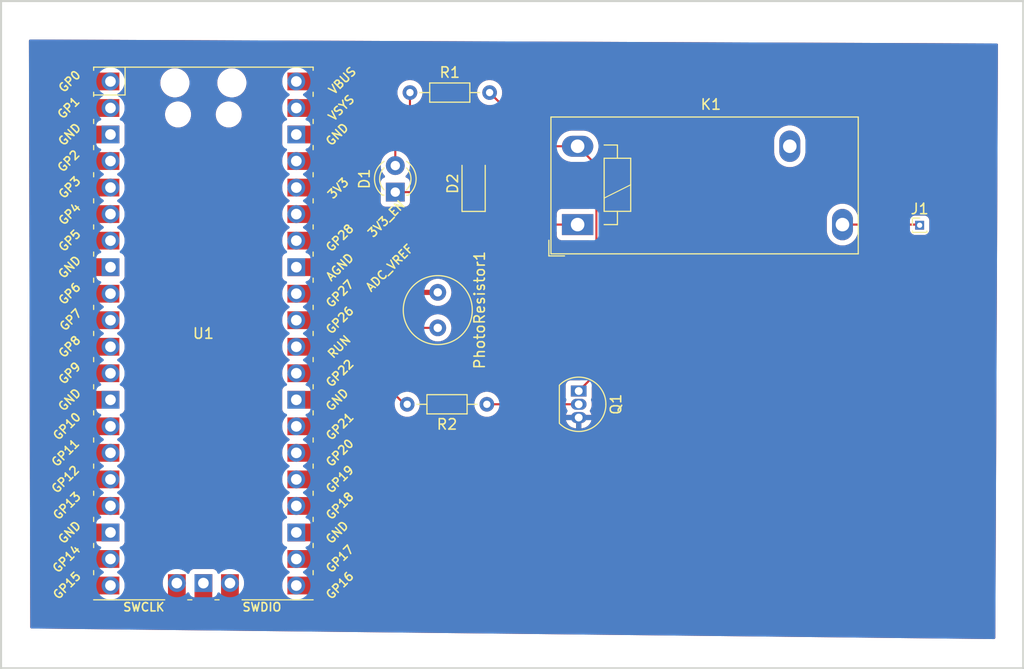
<source format=kicad_pcb>
(kicad_pcb (version 20240108) (generator "pcbnew") (generator_version "8.0")
  (layers (0 "F.Cu" signal) (31 "B.Cu" signal) (34 "B.Paste" user) (35 "F.Paste" user) (36 "B.SilkS" user "B.Silkscreen") (37 "F.SilkS" user "F.Silkscreen") (38 "B.Mask" user) (39 "F.Mask" user) (44 "Edge.Cuts" user))
  (net 0 "")
  (net 1 "Net-(D1-A)")
  (net 2 "VCC")
  (net 3 "Net-(D2-A)")
  (net 4 "Net-(J1-Pin_1)")
  (net 5 "Net-(Q1-B)")
  (net 6 "GND")
  (net 7 "Net-(U1-GPIO22)")
  (net 8 "Net-(U1-3V3_EN)")
  (net 48 "Net-(U1-AGND)")
  (footprint "Connector_PinHeader_1.00mm:PinHeader_1x01_P1.00mm_Vertical" (layer "F.Cu") (at 198.247 83.82)
    (property "Reference" "J1" (at 0 -1.56 0) (layer "F.SilkS"))
    (property "Value" "Pin Out")
    (fp_line (start -0.695 -0.685) (end 0 -0.685) (stroke (width 0.12)) (layer "F.SilkS"))
    (fp_line (start -0.695 0) (end -0.695 -0.685) (stroke (width 0.12)) (layer "F.SilkS"))
    (fp_line (start -0.695 0.685) (end -0.695 0.56) (stroke (width 0.12)) (layer "F.SilkS"))
    (fp_line (start -0.695 0.685) (end -0.608276 0.685) (stroke (width 0.12)) (layer "F.SilkS"))
    (fp_line (start -0.695 0.685) (end 0.695 0.685) (stroke (width 0.12)) (layer "F.SilkS"))
    (fp_line (start 0.608276 0.685) (end 0.695 0.685) (stroke (width 0.12)) (layer "F.SilkS"))
    (fp_line (start 0.695 0.685) (end 0.695 0.56) (stroke (width 0.12)) (layer "F.SilkS"))
    (pad "1" thru_hole rect (at 0 0) (size 0.85 0.85) (drill 0.5) (layers "*.Cu" "*.Mask") (net 4 "Net-(J1-Pin_1)"))
  )
  (footprint "MCU_RaspberryPi_and_Boards:RPi_Pico_SMD_TH" (layer "F.Cu") (at 129.722 94.186)
    (property "Reference" "U1" (at 0 0 0) (layer "F.SilkS"))
    (property "Value" "Pico")
    (fp_line (start -10.5 -25.5) (end -10.5 -25.2) (stroke (width 0.12)) (layer "F.SilkS"))
    (fp_line (start -10.5 -25.5) (end 10.5 -25.5) (stroke (width 0.12)) (layer "F.SilkS"))
    (fp_line (start -10.5 -23.1) (end -10.5 -22.7) (stroke (width 0.12)) (layer "F.SilkS"))
    (fp_line (start -10.5 -22.833) (end -7.493 -22.833) (stroke (width 0.12)) (layer "F.SilkS"))
    (fp_line (start -10.5 -20.5) (end -10.5 -20.1) (stroke (width 0.12)) (layer "F.SilkS"))
    (fp_line (start -10.5 -18) (end -10.5 -17.6) (stroke (width 0.12)) (layer "F.SilkS"))
    (fp_line (start -10.5 -15.4) (end -10.5 -15) (stroke (width 0.12)) (layer "F.SilkS"))
    (fp_line (start -10.5 -12.9) (end -10.5 -12.5) (stroke (width 0.12)) (layer "F.SilkS"))
    (fp_line (start -10.5 -10.4) (end -10.5 -10) (stroke (width 0.12)) (layer "F.SilkS"))
    (fp_line (start -10.5 -7.8) (end -10.5 -7.4) (stroke (width 0.12)) (layer "F.SilkS"))
    (fp_line (start -10.5 -5.3) (end -10.5 -4.9) (stroke (width 0.12)) (layer "F.SilkS"))
    (fp_line (start -10.5 -2.7) (end -10.5 -2.3) (stroke (width 0.12)) (layer "F.SilkS"))
    (fp_line (start -10.5 -0.2) (end -10.5 0.2) (stroke (width 0.12)) (layer "F.SilkS"))
    (fp_line (start -10.5 2.3) (end -10.5 2.7) (stroke (width 0.12)) (layer "F.SilkS"))
    (fp_line (start -10.5 4.9) (end -10.5 5.3) (stroke (width 0.12)) (layer "F.SilkS"))
    (fp_line (start -10.5 7.4) (end -10.5 7.8) (stroke (width 0.12)) (layer "F.SilkS"))
    (fp_line (start -10.5 10) (end -10.5 10.4) (stroke (width 0.12)) (layer "F.SilkS"))
    (fp_line (start -10.5 12.5) (end -10.5 12.9) (stroke (width 0.12)) (layer "F.SilkS"))
    (fp_line (start -10.5 15.1) (end -10.5 15.5) (stroke (width 0.12)) (layer "F.SilkS"))
    (fp_line (start -10.5 17.6) (end -10.5 18) (stroke (width 0.12)) (layer "F.SilkS"))
    (fp_line (start -10.5 20.1) (end -10.5 20.5) (stroke (width 0.12)) (layer "F.SilkS"))
    (fp_line (start -10.5 22.7) (end -10.5 23.1) (stroke (width 0.12)) (layer "F.SilkS"))
    (fp_line (start -7.493 -22.833) (end -7.493 -25.5) (stroke (width 0.12)) (layer "F.SilkS"))
    (fp_line (start -3.7 25.5) (end -10.5 25.5) (stroke (width 0.12)) (layer "F.SilkS"))
    (fp_line (start -1.5 25.5) (end -1.1 25.5) (stroke (width 0.12)) (layer "F.SilkS"))
    (fp_line (start 1.1 25.5) (end 1.5 25.5) (stroke (width 0.12)) (layer "F.SilkS"))
    (fp_line (start 10.5 -25.5) (end 10.5 -25.2) (stroke (width 0.12)) (layer "F.SilkS"))
    (fp_line (start 10.5 -23.1) (end 10.5 -22.7) (stroke (width 0.12)) (layer "F.SilkS"))
    (fp_line (start 10.5 -20.5) (end 10.5 -20.1) (stroke (width 0.12)) (layer "F.SilkS"))
    (fp_line (start 10.5 -18) (end 10.5 -17.6) (stroke (width 0.12)) (layer "F.SilkS"))
    (fp_line (start 10.5 -15.4) (end 10.5 -15) (stroke (width 0.12)) (layer "F.SilkS"))
    (fp_line (start 10.5 -12.9) (end 10.5 -12.5) (stroke (width 0.12)) (layer "F.SilkS"))
    (fp_line (start 10.5 -10.4) (end 10.5 -10) (stroke (width 0.12)) (layer "F.SilkS"))
    (fp_line (start 10.5 -7.8) (end 10.5 -7.4) (stroke (width 0.12)) (layer "F.SilkS"))
    (fp_line (start 10.5 -5.3) (end 10.5 -4.9) (stroke (width 0.12)) (layer "F.SilkS"))
    (fp_line (start 10.5 -2.7) (end 10.5 -2.3) (stroke (width 0.12)) (layer "F.SilkS"))
    (fp_line (start 10.5 -0.2) (end 10.5 0.2) (stroke (width 0.12)) (layer "F.SilkS"))
    (fp_line (start 10.5 2.3) (end 10.5 2.7) (stroke (width 0.12)) (layer "F.SilkS"))
    (fp_line (start 10.5 4.9) (end 10.5 5.3) (stroke (width 0.12)) (layer "F.SilkS"))
    (fp_line (start 10.5 7.4) (end 10.5 7.8) (stroke (width 0.12)) (layer "F.SilkS"))
    (fp_line (start 10.5 10) (end 10.5 10.4) (stroke (width 0.12)) (layer "F.SilkS"))
    (fp_line (start 10.5 12.5) (end 10.5 12.9) (stroke (width 0.12)) (layer "F.SilkS"))
    (fp_line (start 10.5 15.1) (end 10.5 15.5) (stroke (width 0.12)) (layer "F.SilkS"))
    (fp_line (start 10.5 17.6) (end 10.5 18) (stroke (width 0.12)) (layer "F.SilkS"))
    (fp_line (start 10.5 20.1) (end 10.5 20.5) (stroke (width 0.12)) (layer "F.SilkS"))
    (fp_line (start 10.5 22.7) (end 10.5 23.1) (stroke (width 0.12)) (layer "F.SilkS"))
    (fp_line (start 10.5 25.5) (end 3.7 25.5) (stroke (width 0.12)) (layer "F.SilkS"))
    (fp_text user "GP10" (at -13.054 8.89 45) (layer "F.SilkS") (effects (font (size 0.8 0.8))))
    (fp_text user "GP16" (at 13.054 24.13 45) (layer "F.SilkS") (effects (font (size 0.8 0.8))))
    (fp_text user "VBUS" (at 13.3 -24.2 45) (layer "F.SilkS") (effects (font (size 0.8 0.8))))
    (fp_text user "SWDIO" (at 5.6 26.2 0) (layer "F.SilkS") (effects (font (size 0.8 0.8))))
    (fp_text user "GP22" (at 13.054 3.81 45) (layer "F.SilkS") (effects (font (size 0.8 0.8))))
    (fp_text user "GP17" (at 13.054 21.59 45) (layer "F.SilkS") (effects (font (size 0.8 0.8))))
    (fp_text user "SWCLK" (at -5.7 26.2 0) (layer "F.SilkS") (effects (font (size 0.8 0.8))))
    (fp_text user "GND" (at -12.8 -19.05 45) (layer "F.SilkS") (effects (font (size 0.8 0.8))))
    (fp_text user "GP11" (at -13.2 11.43 45) (layer "F.SilkS") (effects (font (size 0.8 0.8))))
    (fp_text user "ADC_VREF" (at 17.81 -6.277 45) (layer "F.SilkS") (effects (font (size 0.8 0.8))))
    (fp_text user "3V3" (at 12.9 -13.9 45) (layer "F.SilkS") (effects (font (size 0.8 0.8))))
    (fp_text user "GP13" (at -13.054 16.51 45) (layer "F.SilkS") (effects (font (size 0.8 0.8))))
    (fp_text user "GP9" (at -12.8 3.81 45) (layer "F.SilkS") (effects (font (size 0.8 0.8))))
    (fp_text user "GP6" (at -12.8 -3.81 45) (layer "F.SilkS") (effects (font (size 0.8 0.8))))
    (fp_text user "GND" (at 12.8 -19.05 45) (layer "F.SilkS") (effects (font (size 0.8 0.8))))
    (fp_text user "VSYS" (at 13.2 -21.59 45) (layer "F.SilkS") (effects (font (size 0.8 0.8))))
    (fp_text user "GP8" (at -12.8 1.27 45) (layer "F.SilkS") (effects (font (size 0.8 0.8))))
    (fp_text user "GP1" (at -12.9 -21.6 45) (layer "F.SilkS") (effects (font (size 0.8 0.8))))
    (fp_text user "GP3" (at -12.8 -13.97 45) (layer "F.SilkS") (effects (font (size 0.8 0.8))))
    (fp_text user "GP19" (at 13.054 13.97 45) (layer "F.SilkS") (effects (font (size 0.8 0.8))))
    (fp_text user "GP14" (at -13.1 21.59 45) (layer "F.SilkS") (effects (font (size 0.8 0.8))))
    (fp_text user "GND" (at -12.8 -6.35 45) (layer "F.SilkS") (effects (font (size 0.8 0.8))))
    (fp_text user "GP12" (at -13.2 13.97 45) (layer "F.SilkS") (effects (font (size 0.8 0.8))))
    (fp_text user "GP15" (at -13.054 24.13 45) (layer "F.SilkS") (effects (font (size 0.8 0.8))))
    (fp_text user "AGND" (at 13.054 -6.35 45) (layer "F.SilkS") (effects (font (size 0.8 0.8))))
    (fp_text user "GP21" (at 13.054 8.9 45) (layer "F.SilkS") (effects (font (size 0.8 0.8))))
    (fp_text user "GP18" (at 13.054 16.51 45) (layer "F.SilkS") (effects (font (size 0.8 0.8))))
    (fp_text user "GND" (at -12.8 6.35 45) (layer "F.SilkS") (effects (font (size 0.8 0.8))))
    (fp_text user "GP5" (at -12.8 -8.89 45) (layer "F.SilkS") (effects (font (size 0.8 0.8))))
    (fp_text user "GND" (at 12.8 6.35 45) (layer "F.SilkS") (effects (font (size 0.8 0.8))))
    (fp_text user "GP20" (at 13.054 11.43 45) (layer "F.SilkS") (effects (font (size 0.8 0.8))))
    (fp_text user "GP2" (at -12.9 -16.51 45) (layer "F.SilkS") (effects (font (size 0.8 0.8))))
    (fp_text user "GND" (at 12.8 19.05 45) (layer "F.SilkS") (effects (font (size 0.8 0.8))))
    (fp_text user "3V3_EN" (at 17.51 -10.977 45) (layer "F.SilkS") (effects (font (size 0.8 0.8))))
    (fp_text user "GND" (at -12.8 19.05 45) (layer "F.SilkS") (effects (font (size 0.8 0.8))))
    (fp_text user "GP0" (at -12.8 -24.13 45) (layer "F.SilkS") (effects (font (size 0.8 0.8))))
    (fp_text user "GP4" (at -12.8 -11.43 45) (layer "F.SilkS") (effects (font (size 0.8 0.8))))
    (fp_text user "GP27" (at 13.054 -3.8 45) (layer "F.SilkS") (effects (font (size 0.8 0.8))))
    (fp_text user "GP7" (at -12.7 -1.3 45) (layer "F.SilkS") (effects (font (size 0.8 0.8))))
    (fp_text user "GP26" (at 13.054 -1.27 45) (layer "F.SilkS") (effects (font (size 0.8 0.8))))
    (fp_text user "GP28" (at 13.054 -9.144 45) (layer "F.SilkS") (effects (font (size 0.8 0.8))))
    (fp_text user "RUN" (at 13 1.27 45) (layer "F.SilkS") (effects (font (size 0.8 0.8))))
    (pad "" np_thru_hole oval (at -2.725 -24) (size 1.8 1.8) (drill 1.8) (layers "*.Cu" "*.Mask"))
    (pad "" np_thru_hole oval (at -2.425 -20.97) (size 1.5 1.5) (drill 1.5) (layers "*.Cu" "*.Mask"))
    (pad "" np_thru_hole oval (at 2.425 -20.97) (size 1.5 1.5) (drill 1.5) (layers "*.Cu" "*.Mask"))
    (pad "" np_thru_hole oval (at 2.725 -24) (size 1.8 1.8) (drill 1.8) (layers "*.Cu" "*.Mask"))
    (pad "1" thru_hole oval (at -8.89 -24.13) (size 1.7 1.7) (drill 1.02) (layers "*.Cu" "*.Mask"))
    (pad "1" smd rect (at -8.89 -24.13) (size 3.5 1.7) (drill (offset -0.9 0)) (layers "F.Cu" "F.Mask"))
    (pad "2" thru_hole oval (at -8.89 -21.59) (size 1.7 1.7) (drill 1.02) (layers "*.Cu" "*.Mask"))
    (pad "2" smd rect (at -8.89 -21.59) (size 3.5 1.7) (drill (offset -0.9 0)) (layers "F.Cu" "F.Mask"))
    (pad "3" thru_hole rect (at -8.89 -19.05) (size 1.7 1.7) (drill 1.02) (layers "*.Cu" "*.Mask"))
    (pad "3" smd rect (at -8.89 -19.05) (size 3.5 1.7) (drill (offset -0.9 0)) (layers "F.Cu" "F.Mask"))
    (pad "4" thru_hole oval (at -8.89 -16.51) (size 1.7 1.7) (drill 1.02) (layers "*.Cu" "*.Mask"))
    (pad "4" smd rect (at -8.89 -16.51) (size 3.5 1.7) (drill (offset -0.9 0)) (layers "F.Cu" "F.Mask"))
    (pad "5" thru_hole oval (at -8.89 -13.97) (size 1.7 1.7) (drill 1.02) (layers "*.Cu" "*.Mask"))
    (pad "5" smd rect (at -8.89 -13.97) (size 3.5 1.7) (drill (offset -0.9 0)) (layers "F.Cu" "F.Mask"))
    (pad "6" thru_hole oval (at -8.89 -11.43) (size 1.7 1.7) (drill 1.02) (layers "*.Cu" "*.Mask"))
    (pad "6" smd rect (at -8.89 -11.43) (size 3.5 1.7) (drill (offset -0.9 0)) (layers "F.Cu" "F.Mask"))
    (pad "7" thru_hole oval (at -8.89 -8.89) (size 1.7 1.7) (drill 1.02) (layers "*.Cu" "*.Mask"))
    (pad "7" smd rect (at -8.89 -8.89) (size 3.5 1.7) (drill (offset -0.9 0)) (layers "F.Cu" "F.Mask"))
    (pad "8" thru_hole rect (at -8.89 -6.35) (size 1.7 1.7) (drill 1.02) (layers "*.Cu" "*.Mask"))
    (pad "8" smd rect (at -8.89 -6.35) (size 3.5 1.7) (drill (offset -0.9 0)) (layers "F.Cu" "F.Mask"))
    (pad "9" thru_hole oval (at -8.89 -3.81) (size 1.7 1.7) (drill 1.02) (layers "*.Cu" "*.Mask"))
    (pad "9" smd rect (at -8.89 -3.81) (size 3.5 1.7) (drill (offset -0.9 0)) (layers "F.Cu" "F.Mask"))
    (pad "10" thru_hole oval (at -8.89 -1.27) (size 1.7 1.7) (drill 1.02) (layers "*.Cu" "*.Mask"))
    (pad "10" smd rect (at -8.89 -1.27) (size 3.5 1.7) (drill (offset -0.9 0)) (layers "F.Cu" "F.Mask"))
    (pad "11" thru_hole oval (at -8.89 1.27) (size 1.7 1.7) (drill 1.02) (layers "*.Cu" "*.Mask"))
    (pad "11" smd rect (at -8.89 1.27) (size 3.5 1.7) (drill (offset -0.9 0)) (layers "F.Cu" "F.Mask"))
    (pad "12" thru_hole oval (at -8.89 3.81) (size 1.7 1.7) (drill 1.02) (layers "*.Cu" "*.Mask"))
    (pad "12" smd rect (at -8.89 3.81) (size 3.5 1.7) (drill (offset -0.9 0)) (layers "F.Cu" "F.Mask"))
    (pad "13" thru_hole rect (at -8.89 6.35) (size 1.7 1.7) (drill 1.02) (layers "*.Cu" "*.Mask"))
    (pad "13" smd rect (at -8.89 6.35) (size 3.5 1.7) (drill (offset -0.9 0)) (layers "F.Cu" "F.Mask"))
    (pad "14" thru_hole oval (at -8.89 8.89) (size 1.7 1.7) (drill 1.02) (layers "*.Cu" "*.Mask"))
    (pad "14" smd rect (at -8.89 8.89) (size 3.5 1.7) (drill (offset -0.9 0)) (layers "F.Cu" "F.Mask"))
    (pad "15" thru_hole oval (at -8.89 11.43) (size 1.7 1.7) (drill 1.02) (layers "*.Cu" "*.Mask"))
    (pad "15" smd rect (at -8.89 11.43) (size 3.5 1.7) (drill (offset -0.9 0)) (layers "F.Cu" "F.Mask"))
    (pad "16" thru_hole oval (at -8.89 13.97) (size 1.7 1.7) (drill 1.02) (layers "*.Cu" "*.Mask"))
    (pad "16" smd rect (at -8.89 13.97) (size 3.5 1.7) (drill (offset -0.9 0)) (layers "F.Cu" "F.Mask"))
    (pad "17" thru_hole oval (at -8.89 16.51) (size 1.7 1.7) (drill 1.02) (layers "*.Cu" "*.Mask"))
    (pad "17" smd rect (at -8.89 16.51) (size 3.5 1.7) (drill (offset -0.9 0)) (layers "F.Cu" "F.Mask"))
    (pad "18" thru_hole rect (at -8.89 19.05) (size 1.7 1.7) (drill 1.02) (layers "*.Cu" "*.Mask"))
    (pad "18" smd rect (at -8.89 19.05) (size 3.5 1.7) (drill (offset -0.9 0)) (layers "F.Cu" "F.Mask"))
    (pad "19" thru_hole oval (at -8.89 21.59) (size 1.7 1.7) (drill 1.02) (layers "*.Cu" "*.Mask"))
    (pad "19" smd rect (at -8.89 21.59) (size 3.5 1.7) (drill (offset -0.9 0)) (layers "F.Cu" "F.Mask"))
    (pad "20" thru_hole oval (at -8.89 24.13) (size 1.7 1.7) (drill 1.02) (layers "*.Cu" "*.Mask"))
    (pad "20" smd rect (at -8.89 24.13) (size 3.5 1.7) (drill (offset -0.9 0)) (layers "F.Cu" "F.Mask"))
    (pad "21" thru_hole oval (at 8.89 24.13) (size 1.7 1.7) (drill 1.02) (layers "*.Cu" "*.Mask"))
    (pad "21" smd rect (at 8.89 24.13) (size 3.5 1.7) (drill (offset 0.9 0)) (layers "F.Cu" "F.Mask"))
    (pad "22" thru_hole oval (at 8.89 21.59) (size 1.7 1.7) (drill 1.02) (layers "*.Cu" "*.Mask"))
    (pad "22" smd rect (at 8.89 21.59) (size 3.5 1.7) (drill (offset 0.9 0)) (layers "F.Cu" "F.Mask"))
    (pad "23" thru_hole rect (at 8.89 19.05) (size 1.7 1.7) (drill 1.02) (layers "*.Cu" "*.Mask"))
    (pad "23" smd rect (at 8.89 19.05) (size 3.5 1.7) (drill (offset 0.9 0)) (layers "F.Cu" "F.Mask"))
    (pad "24" thru_hole oval (at 8.89 16.51) (size 1.7 1.7) (drill 1.02) (layers "*.Cu" "*.Mask"))
    (pad "24" smd rect (at 8.89 16.51) (size 3.5 1.7) (drill (offset 0.9 0)) (layers "F.Cu" "F.Mask"))
    (pad "25" thru_hole oval (at 8.89 13.97) (size 1.7 1.7) (drill 1.02) (layers "*.Cu" "*.Mask"))
    (pad "25" smd rect (at 8.89 13.97) (size 3.5 1.7) (drill (offset 0.9 0)) (layers "F.Cu" "F.Mask"))
    (pad "26" thru_hole oval (at 8.89 11.43) (size 1.7 1.7) (drill 1.02) (layers "*.Cu" "*.Mask"))
    (pad "26" smd rect (at 8.89 11.43) (size 3.5 1.7) (drill (offset 0.9 0)) (layers "F.Cu" "F.Mask"))
    (pad "27" thru_hole oval (at 8.89 8.89) (size 1.7 1.7) (drill 1.02) (layers "*.Cu" "*.Mask"))
    (pad "27" smd rect (at 8.89 8.89) (size 3.5 1.7) (drill (offset 0.9 0)) (layers "F.Cu" "F.Mask"))
    (pad "28" thru_hole rect (at 8.89 6.35) (size 1.7 1.7) (drill 1.02) (layers "*.Cu" "*.Mask"))
    (pad "28" smd rect (at 8.89 6.35) (size 3.5 1.7) (drill (offset 0.9 0)) (layers "F.Cu" "F.Mask"))
    (pad "29" thru_hole oval (at 8.89 3.81) (size 1.7 1.7) (drill 1.02) (layers "*.Cu" "*.Mask") (net 7 "Net-(U1-GPIO22)"))
    (pad "29" smd rect (at 8.89 3.81) (size 3.5 1.7) (drill (offset 0.9 0)) (layers "F.Cu" "F.Mask") (net 7 "Net-(U1-GPIO22)"))
    (pad "30" thru_hole oval (at 8.89 1.27) (size 1.7 1.7) (drill 1.02) (layers "*.Cu" "*.Mask"))
    (pad "30" smd rect (at 8.89 1.27) (size 3.5 1.7) (drill (offset 0.9 0)) (layers "F.Cu" "F.Mask"))
    (pad "31" thru_hole oval (at 8.89 -1.27) (size 1.7 1.7) (drill 1.02) (layers "*.Cu" "*.Mask") (net 48 "Net-(U1-AGND)"))
    (pad "31" smd rect (at 8.89 -1.27) (size 3.5 1.7) (drill (offset 0.9 0)) (layers "F.Cu" "F.Mask") (net 48 "Net-(U1-AGND)"))
    (pad "32" thru_hole oval (at 8.89 -3.81) (size 1.7 1.7) (drill 1.02) (layers "*.Cu" "*.Mask"))
    (pad "32" smd rect (at 8.89 -3.81) (size 3.5 1.7) (drill (offset 0.9 0)) (layers "F.Cu" "F.Mask"))
    (pad "33" thru_hole rect (at 8.89 -6.35) (size 1.7 1.7) (drill 1.02) (layers "*.Cu" "*.Mask") (net 48 "Net-(U1-AGND)"))
    (pad "33" smd rect (at 8.89 -6.35) (size 3.5 1.7) (drill (offset 0.9 0)) (layers "F.Cu" "F.Mask") (net 48 "Net-(U1-AGND)"))
    (pad "34" thru_hole oval (at 8.89 -8.89) (size 1.7 1.7) (drill 1.02) (layers "*.Cu" "*.Mask"))
    (pad "34" smd rect (at 8.89 -8.89) (size 3.5 1.7) (drill (offset 0.9 0)) (layers "F.Cu" "F.Mask"))
    (pad "35" thru_hole oval (at 8.89 -11.43) (size 1.7 1.7) (drill 1.02) (layers "*.Cu" "*.Mask"))
    (pad "35" smd rect (at 8.89 -11.43) (size 3.5 1.7) (drill (offset 0.9 0)) (layers "F.Cu" "F.Mask"))
    (pad "36" thru_hole oval (at 8.89 -13.97) (size 1.7 1.7) (drill 1.02) (layers "*.Cu" "*.Mask"))
    (pad "36" smd rect (at 8.89 -13.97) (size 3.5 1.7) (drill (offset 0.9 0)) (layers "F.Cu" "F.Mask"))
    (pad "37" thru_hole oval (at 8.89 -16.51) (size 1.7 1.7) (drill 1.02) (layers "*.Cu" "*.Mask") (net 8 "Net-(U1-3V3_EN)"))
    (pad "37" smd rect (at 8.89 -16.51) (size 3.5 1.7) (drill (offset 0.9 0)) (layers "F.Cu" "F.Mask") (net 8 "Net-(U1-3V3_EN)"))
    (pad "38" thru_hole rect (at 8.89 -19.05) (size 1.7 1.7) (drill 1.02) (layers "*.Cu" "*.Mask"))
    (pad "38" smd rect (at 8.89 -19.05) (size 3.5 1.7) (drill (offset 0.9 0)) (layers "F.Cu" "F.Mask"))
    (pad "39" thru_hole oval (at 8.89 -21.59) (size 1.7 1.7) (drill 1.02) (layers "*.Cu" "*.Mask"))
    (pad "39" smd rect (at 8.89 -21.59) (size 3.5 1.7) (drill (offset 0.9 0)) (layers "F.Cu" "F.Mask"))
    (pad "40" thru_hole oval (at 8.89 -24.13) (size 1.7 1.7) (drill 1.02) (layers "*.Cu" "*.Mask"))
    (pad "40" smd rect (at 8.89 -24.13) (size 3.5 1.7) (drill (offset 0.9 0)) (layers "F.Cu" "F.Mask"))
    (pad "41" thru_hole oval (at -2.54 23.9) (size 1.7 1.7) (drill 1.02) (layers "*.Cu" "*.Mask"))
    (pad "41" smd rect (at -2.54 23.9 90) (size 3.5 1.7) (drill (offset -0.9 0)) (layers "F.Cu" "F.Mask"))
    (pad "42" thru_hole rect (at 0 23.9) (size 1.7 1.7) (drill 1.02) (layers "*.Cu" "*.Mask"))
    (pad "42" smd rect (at 0 23.9 90) (size 3.5 1.7) (drill (offset -0.9 0)) (layers "F.Cu" "F.Mask"))
    (pad "43" thru_hole oval (at 2.54 23.9) (size 1.7 1.7) (drill 1.02) (layers "*.Cu" "*.Mask"))
    (pad "43" smd rect (at 2.54 23.9 90) (size 3.5 1.7) (drill (offset -0.9 0)) (layers "F.Cu" "F.Mask"))
  )
  (footprint "Package_TO_SOT_THT:TO-92_Inline" (layer "F.Cu") (at 165.629 99.695 -90)
    (property "Reference" "Q1" (at 1.27 -3.56 90) (layer "F.SilkS"))
    (property "Value" "BC548")
    (fp_line (start -0.53 1.85) (end 3.07 1.85) (stroke (width 0.12)) (layer "F.SilkS"))
    (fp_arc (start -0.568478 1.838478) (mid -1.132087 -0.994977) (end 1.27 -2.6) (stroke (width 0.12)) (layer "F.SilkS"))
    (fp_arc (start 1.27 -2.6) (mid 3.672087 -0.994977) (end 3.108478 1.838478) (stroke (width 0.12)) (layer "F.SilkS"))
    (pad "1" thru_hole rect (at 0 0 270) (size 1.05 1.5) (drill 0.75) (layers "*.Cu" "*.Mask") (net 3 "Net-(D2-A)"))
    (pad "2" thru_hole oval (at 1.27 0 270) (size 1.05 1.5) (drill 0.75) (layers "*.Cu" "*.Mask") (net 5 "Net-(Q1-B)"))
    (pad "3" thru_hole oval (at 2.54 0 270) (size 1.05 1.5) (drill 0.75) (layers "*.Cu" "*.Mask") (net 6 "GND"))
  )
  (footprint "Resistor_THT:R_Axial_DIN0204_L3.6mm_D1.6mm_P7.62mm_Horizontal" (layer "F.Cu") (at 149.484 71.12)
    (property "Reference" "R1" (at 3.81 -1.92 0) (layer "F.SilkS"))
    (property "Value" "240")
    (fp_line (start 0.94 0) (end 1.89 0) (stroke (width 0.12)) (layer "F.SilkS"))
    (fp_line (start 1.89 -0.92) (end 1.89 0.92) (stroke (width 0.12)) (layer "F.SilkS"))
    (fp_line (start 1.89 0.92) (end 5.73 0.92) (stroke (width 0.12)) (layer "F.SilkS"))
    (fp_line (start 5.73 -0.92) (end 1.89 -0.92) (stroke (width 0.12)) (layer "F.SilkS"))
    (fp_line (start 5.73 0.92) (end 5.73 -0.92) (stroke (width 0.12)) (layer "F.SilkS"))
    (fp_line (start 6.68 0) (end 5.73 0) (stroke (width 0.12)) (layer "F.SilkS"))
    (pad "1" thru_hole circle (at 0 0) (size 1.4 1.4) (drill 0.7) (layers "*.Cu" "*.Mask") (net 1 "Net-(D1-A)"))
    (pad "2" thru_hole oval (at 7.62 0) (size 1.4 1.4) (drill 0.7) (layers "*.Cu" "*.Mask") (net 3 "Net-(D2-A)"))
  )
  (footprint "OptoDevice:R_LDR_D6.4mm_P3.4mm_Vertical" (layer "F.Cu") (at 152.146 90.248 -90)
    (property "Reference" "PhotoResistor1" (at 1.7 -4 90) (layer "F.SilkS"))
    (property "Value" "A1050")
    (fp_circle (center 1.7 0) (end 5 -0.1) (stroke (width 0.12)) (fill none) (layer "F.SilkS"))
    (pad "1" thru_hole circle (at 0 0 270) (size 1.6 1.6) (drill 0.8) (layers "*.Cu" "*.Mask") (net 8 "Net-(U1-3V3_EN)"))
    (pad "2" thru_hole circle (at 3.4 0 270) (size 1.6 1.6) (drill 0.8) (layers "*.Cu" "*.Mask") (net 48 "Net-(U1-AGND)"))
  )
  (footprint "Diode_SMD:D_MiniMELF" (layer "F.Cu") (at 155.575 79.838 90)
    (property "Reference" "D2" (at 0 -2 270) (layer "F.SilkS"))
    (property "Value" "D")
    (fp_line (start 1.75 -1.11) (end -2.66 -1.11) (stroke (width 0.12)) (layer "F.SilkS"))
    (fp_line (start -2.66 -1.11) (end -2.66 1.11) (stroke (width 0.12)) (layer "F.SilkS"))
    (fp_line (start -2.66 1.11) (end 1.75 1.11) (stroke (width 0.12)) (layer "F.SilkS"))
    (pad "1" smd roundrect (at -1.75 0 90) (size 1.3 1.7) (layers "F.Cu" "F.Paste" "F.Mask") (roundrect_rratio 0.1923076923) (net 2 "VCC"))
    (pad "2" smd roundrect (at 1.75 0 90) (size 1.3 1.7) (layers "F.Cu" "F.Paste" "F.Mask") (roundrect_rratio 0.1923076923) (net 3 "Net-(D2-A)"))
  )
  (footprint "LED_THT:LED_D3.0mm" (layer "F.Cu") (at 148.082 80.65 90)
    (property "Reference" "D1" (at 1.27 -2.96 270) (layer "F.SilkS"))
    (property "Value" "LED")
    (fp_line (start -0.29 -1.236) (end -0.29 -1.08) (stroke (width 0.12)) (layer "F.SilkS"))
    (fp_line (start -0.29 1.08) (end -0.29 1.236) (stroke (width 0.12)) (layer "F.SilkS"))
    (fp_arc (start -0.29 -1.235516) (mid 1.366487 -1.987659) (end 2.942335 -1.078608) (stroke (width 0.12)) (layer "F.SilkS"))
    (fp_arc (start 0.229039 -1.08) (mid 1.270117 -1.5) (end 2.31113 -1.079837) (stroke (width 0.12)) (layer "F.SilkS"))
    (fp_arc (start 2.942335 1.078608) (mid 1.366487 1.987659) (end -0.29 1.235516) (stroke (width 0.12)) (layer "F.SilkS"))
    (fp_arc (start 2.31113 1.079837) (mid 1.270117 1.5) (end 0.229039 1.08) (stroke (width 0.12)) (layer "F.SilkS"))
    (pad "1" thru_hole rect (at 0 0 90) (size 1.8 1.8) (drill 0.9) (layers "*.Cu" "*.Mask") (net 2 "VCC"))
    (pad "2" thru_hole circle (at 2.54 0 90) (size 1.8 1.8) (drill 0.9) (layers "*.Cu" "*.Mask") (net 1 "Net-(D1-A)"))
  )
  (footprint "Relay_THT:Relay_SPST_Schrack-RT1-FormA_RM5mm" (layer "F.Cu") (at 165.523 83.76)
    (property "Reference" "K1" (at 12.75 -11.5 360) (layer "F.SilkS"))
    (property "Value" "Relay_SPST-NO")
    (fp_line (start -2.75 1.5) (end -2.75 3) (stroke (width 0.12)) (layer "F.SilkS"))
    (fp_line (start -2.75 3) (end -1.25 3) (stroke (width 0.12)) (layer "F.SilkS"))
    (fp_line (start -2.55 -10.3) (end -2.55 2.8) (stroke (width 0.12)) (layer "F.SilkS"))
    (fp_line (start -2.55 2.8) (end 26.85 2.8) (stroke (width 0.12)) (layer "F.SilkS"))
    (fp_line (start 2.54 -6.35) (end 2.54 -1.27) (stroke (width 0.12)) (layer "F.SilkS"))
    (fp_line (start 2.54 -2.54) (end 5.08 -3.81) (stroke (width 0.1)) (layer "F.SilkS"))
    (fp_line (start 2.54 -1.27) (end 3.81 -1.27) (stroke (width 0.12)) (layer "F.SilkS"))
    (fp_line (start 2.54 0) (end 3.81 0) (stroke (width 0.12)) (layer "F.SilkS"))
    (fp_line (start 3.81 -7.62) (end 2.54 -7.62) (stroke (width 0.12)) (layer "F.SilkS"))
    (fp_line (start 3.81 -6.35) (end 3.81 -7.62) (stroke (width 0.12)) (layer "F.SilkS"))
    (fp_line (start 3.81 -1.27) (end 5.08 -1.27) (stroke (width 0.12)) (layer "F.SilkS"))
    (fp_line (start 3.81 0) (end 3.81 -1.27) (stroke (width 0.12)) (layer "F.SilkS"))
    (fp_line (start 5.08 -6.35) (end 2.54 -6.35) (stroke (width 0.12)) (layer "F.SilkS"))
    (fp_line (start 5.08 -1.27) (end 5.08 -6.35) (stroke (width 0.12)) (layer "F.SilkS"))
    (fp_line (start 26.85 -10.3) (end -2.55 -10.3) (stroke (width 0.12)) (layer "F.SilkS"))
    (fp_line (start 26.85 2.8) (end 26.85 -10.3) (stroke (width 0.12)) (layer "F.SilkS"))
    (pad "11" thru_hole oval (at 20.3 -7.5 180) (size 2 3) (drill 1.3) (layers "*.Cu" "*.Mask"))
    (pad "14" thru_hole oval (at 25.34 0 180) (size 2 3) (drill 1.3) (layers "*.Cu" "*.Mask") (net 4 "Net-(J1-Pin_1)"))
    (pad "A1" thru_hole rect (at 0 0 180) (size 3 2) (drill 1.3) (layers "*.Cu" "*.Mask") (net 2 "VCC"))
    (pad "A2" thru_hole oval (at 0 -7.5 180) (size 3 2) (drill 1.3) (layers "*.Cu" "*.Mask") (net 3 "Net-(D2-A)"))
  )
  (footprint "Resistor_THT:R_Axial_DIN0204_L3.6mm_D1.6mm_P7.62mm_Horizontal" (layer "F.Cu") (at 156.84 100.965 180)
    (property "Reference" "R2" (at 3.81 -1.92 180) (layer "F.SilkS"))
    (property "Value" "10k")
    (fp_line (start 6.68 0) (end 5.73 0) (stroke (width 0.12)) (layer "F.SilkS"))
    (fp_line (start 5.73 0.92) (end 5.73 -0.92) (stroke (width 0.12)) (layer "F.SilkS"))
    (fp_line (start 5.73 -0.92) (end 1.89 -0.92) (stroke (width 0.12)) (layer "F.SilkS"))
    (fp_line (start 1.89 0.92) (end 5.73 0.92) (stroke (width 0.12)) (layer "F.SilkS"))
    (fp_line (start 1.89 -0.92) (end 1.89 0.92) (stroke (width 0.12)) (layer "F.SilkS"))
    (fp_line (start 0.94 0) (end 1.89 0) (stroke (width 0.12)) (layer "F.SilkS"))
    (pad "1" thru_hole circle (at 0 0 180) (size 1.4 1.4) (drill 0.7) (layers "*.Cu" "*.Mask") (net 5 "Net-(Q1-B)"))
    (pad "2" thru_hole oval (at 7.62 0 180) (size 1.4 1.4) (drill 0.7) (layers "*.Cu" "*.Mask") (net 7 "Net-(U1-GPIO22)"))
  )
  (gr_rect (start 110.363 62.357) (end 208.153 126.238) (stroke (width 0.2)) (fill none) (layer "Edge.Cuts"))
  (segment (start 148.082 78.11) (end 148.082 74.676) (width 0.2) (layer "F.Cu") (net 1))
  (segment (start 149.484 73.274) (end 149.484 71.12) (width 0.2) (layer "F.Cu") (net 1))
  (segment (start 148.082 74.676) (end 149.484 73.274) (width 0.2) (layer "F.Cu") (net 1))
  (segment (start 155.375 81.788) (end 155.575 81.588) (width 0.2) (layer "F.Cu") (net 2))
  (segment (start 151.897 80.65) (end 153.035 81.788) (width 0.2) (layer "F.Cu") (net 2))
  (segment (start 162.62 83.76) (end 165.523 83.76) (width 0.2) (layer "F.Cu") (net 2))
  (segment (start 153.035 81.788) (end 155.375 81.788) (width 0.2) (layer "F.Cu") (net 2))
  (segment (start 158.496 85.217) (end 161.163 85.217) (width 0.2) (layer "F.Cu") (net 2))
  (segment (start 155.575 82.296) (end 158.496 85.217) (width 0.2) (layer "F.Cu") (net 2))
  (segment (start 161.163 85.217) (end 162.62 83.76) (width 0.2) (layer "F.Cu") (net 2))
  (segment (start 155.575 81.588) (end 155.575 82.296) (width 0.2) (layer "F.Cu") (net 2))
  (segment (start 148.082 80.65) (end 151.897 80.65) (width 0.2) (layer "F.Cu") (net 2))
  (segment (start 167.323 78.06) (end 165.523 76.26) (width 0.2) (layer "F.Cu") (net 3))
  (segment (start 167.323 98.001) (end 167.323 78.06) (width 0.2) (layer "F.Cu") (net 3))
  (segment (start 158.972 72.988) (end 157.104 71.12) (width 0.2) (layer "F.Cu") (net 3))
  (segment (start 165.523 76.26) (end 158.972 76.26) (width 0.2) (layer "F.Cu") (net 3))
  (segment (start 155.575 78.088) (end 155.575 76.581) (width 0.2) (layer "F.Cu") (net 3))
  (segment (start 155.956 76.2) (end 158.912 76.2) (width 0.2) (layer "F.Cu") (net 3))
  (segment (start 158.972 76.26) (end 158.972 72.988) (width 0.2) (layer "F.Cu") (net 3))
  (segment (start 155.575 76.581) (end 155.956 76.2) (width 0.2) (layer "F.Cu") (net 3))
  (segment (start 158.912 76.2) (end 158.972 76.26) (width 0.2) (layer "F.Cu") (net 3))
  (segment (start 165.629 99.695) (end 167.323 98.001) (width 0.2) (layer "F.Cu") (net 3))
  (segment (start 190.863 83.76) (end 198.187 83.76) (width 0.2) (layer "F.Cu") (net 4))
  (segment (start 198.187 83.76) (end 198.247 83.82) (width 0.2) (layer "F.Cu") (net 4))
  (segment (start 156.84 100.965) (end 165.629 100.965) (width 0.2) (layer "F.Cu") (net 5))
  (segment (start 146.637 98.631) (end 148.971 100.965) (width 0.2) (layer "F.Cu") (net 7))
  (segment (start 138.612 97.996) (end 146.637 97.996) (width 0.2) (layer "F.Cu") (net 7))
  (segment (start 146.637 97.996) (end 146.637 98.631) (width 0.2) (layer "F.Cu") (net 7))
  (segment (start 143.51 83.693) (end 150.065 90.248) (width 0.5) (layer "F.Cu") (net 8))
  (segment (start 138.612 77.676) (end 140.172 77.676) (width 0.2) (layer "F.Cu") (net 8))
  (segment (start 140.22 77.724) (end 143.51 77.724) (width 0.5) (layer "F.Cu") (net 8))
  (segment (start 150.065 90.248) (end 152.146 90.248) (width 0.5) (layer "F.Cu") (net 8))
  (segment (start 140.172 77.676) (end 140.22 77.724) (width 0.2) (layer "F.Cu") (net 8))
  (segment (start 143.51 77.724) (end 143.51 83.693) (width 0.5) (layer "F.Cu") (net 8))
  (segment (start 138.612 92.916) (end 140.637 92.916) (width 0.2) (layer "F.Cu") (net 48))
  (segment (start 140.637 92.916) (end 141.369 93.648) (width 0.2) (layer "F.Cu") (net 48))
  (segment (start 143.921 87.836) (end 143.921 88.471) (width 0.2) (layer "F.Cu") (net 48))
  (segment (start 138.612 87.836) (end 143.921 87.836) (width 0.2) (layer "F.Cu") (net 48))
  (segment (start 141.369 93.648) (end 149.098 93.648) (width 0.2) (layer "F.Cu") (net 48))
  (segment (start 143.921 88.471) (end 149.098 93.648) (width 0.2) (layer "F.Cu") (net 48))
  (segment (start 149.098 93.648) (end 152.146 93.648) (width 0.2) (layer "F.Cu") (net 48))
  (zone (net 6) (net_name "GND") (layers "F&B.Cu") (connect_pads (clearance 0.5)) (min_thickness 0.25) (fill yes (thermal_gap 0.5) (thermal_bridge_width 0.5))
    (polygon (pts (xy 113.03 66.04) (xy 205.74 66.421) (xy 205.486 123.444) (xy 113.157 122.428)))
  )
)
</source>
